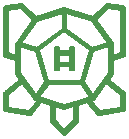
<source format=gbo>
G04 #@! TF.GenerationSoftware,KiCad,Pcbnew,8.0.5*
G04 #@! TF.CreationDate,2024-10-05T13:15:26+02:00*
G04 #@! TF.ProjectId,auxboard,61757862-6f61-4726-942e-6b696361645f,rev?*
G04 #@! TF.SameCoordinates,Original*
G04 #@! TF.FileFunction,Legend,Bot*
G04 #@! TF.FilePolarity,Positive*
%FSLAX46Y46*%
G04 Gerber Fmt 4.6, Leading zero omitted, Abs format (unit mm)*
G04 Created by KiCad (PCBNEW 8.0.5) date 2024-10-05 13:15:26*
%MOMM*%
%LPD*%
G01*
G04 APERTURE LIST*
G04 Aperture macros list*
%AMRoundRect*
0 Rectangle with rounded corners*
0 $1 Rounding radius*
0 $2 $3 $4 $5 $6 $7 $8 $9 X,Y pos of 4 corners*
0 Add a 4 corners polygon primitive as box body*
4,1,4,$2,$3,$4,$5,$6,$7,$8,$9,$2,$3,0*
0 Add four circle primitives for the rounded corners*
1,1,$1+$1,$2,$3*
1,1,$1+$1,$4,$5*
1,1,$1+$1,$6,$7*
1,1,$1+$1,$8,$9*
0 Add four rect primitives between the rounded corners*
20,1,$1+$1,$2,$3,$4,$5,0*
20,1,$1+$1,$4,$5,$6,$7,0*
20,1,$1+$1,$6,$7,$8,$9,0*
20,1,$1+$1,$8,$9,$2,$3,0*%
%AMFreePoly0*
4,1,28,0.605014,0.794986,0.644504,0.794986,0.724698,0.756366,0.780194,0.686777,0.800000,0.600000,0.800000,-0.600000,0.780194,-0.686777,0.724698,-0.756366,0.644504,-0.794986,0.605014,-0.794986,0.600000,-0.800000,0.000000,-0.800000,-0.178017,-0.779942,-0.347107,-0.720775,-0.498792,-0.625465,-0.625465,-0.498792,-0.720775,-0.347107,-0.779942,-0.178017,-0.800000,0.000000,-0.779942,0.178017,
-0.720775,0.347107,-0.625465,0.498792,-0.498792,0.625465,-0.347107,0.720775,-0.178017,0.779942,0.000000,0.800000,0.600000,0.800000,0.605014,0.794986,0.605014,0.794986,$1*%
%AMFreePoly1*
4,1,28,0.178017,0.779942,0.347107,0.720775,0.498792,0.625465,0.625465,0.498792,0.720775,0.347107,0.779942,0.178017,0.800000,0.000000,0.779942,-0.178017,0.720775,-0.347107,0.625465,-0.498792,0.498792,-0.625465,0.347107,-0.720775,0.178017,-0.779942,0.000000,-0.800000,-0.600000,-0.800000,-0.605014,-0.794986,-0.644504,-0.794986,-0.724698,-0.756366,-0.780194,-0.686777,-0.800000,-0.600000,
-0.800000,0.600000,-0.780194,0.686777,-0.724698,0.756366,-0.644504,0.794986,-0.605014,0.794986,-0.600000,0.800000,0.000000,0.800000,0.178017,0.779942,0.178017,0.779942,$1*%
G04 Aperture macros list end*
%ADD10C,0.165000*%
%ADD11C,3.200000*%
%ADD12RoundRect,0.250000X-0.600000X0.600000X-0.600000X-0.600000X0.600000X-0.600000X0.600000X0.600000X0*%
%ADD13C,1.700000*%
%ADD14RoundRect,0.250000X-0.600000X-0.600000X0.600000X-0.600000X0.600000X0.600000X-0.600000X0.600000X0*%
%ADD15RoundRect,0.250000X-0.600000X-0.725000X0.600000X-0.725000X0.600000X0.725000X-0.600000X0.725000X0*%
%ADD16O,1.700000X1.950000*%
%ADD17RoundRect,0.250000X0.600000X0.600000X-0.600000X0.600000X-0.600000X-0.600000X0.600000X-0.600000X0*%
%ADD18C,2.200000*%
%ADD19C,1.850000*%
%ADD20RoundRect,0.200000X0.600000X0.600000X-0.600000X0.600000X-0.600000X-0.600000X0.600000X-0.600000X0*%
%ADD21C,1.600000*%
%ADD22FreePoly0,180.000000*%
%ADD23FreePoly1,180.000000*%
%ADD24R,1.700000X1.700000*%
%ADD25O,1.700000X1.700000*%
G04 APERTURE END LIST*
D10*
X131864390Y-97662705D02*
X132854390Y-97662705D01*
X132854390Y-97332705D01*
X133184390Y-97332705D01*
X133184390Y-99312705D01*
X132854390Y-99312705D01*
X132854390Y-98982705D01*
X131864390Y-98982705D01*
X131864390Y-99312705D01*
X131534390Y-99312705D01*
X131534390Y-98652705D01*
X131864390Y-98652705D01*
X132854390Y-98652705D01*
X132854390Y-97992705D01*
X131864390Y-97992705D01*
X131864390Y-98652705D01*
X131534390Y-98652705D01*
X131534390Y-97332705D01*
X131864390Y-97332705D01*
X131864390Y-97662705D01*
G36*
X131864390Y-97662705D02*
G01*
X132854390Y-97662705D01*
X132854390Y-97332705D01*
X133184390Y-97332705D01*
X133184390Y-99312705D01*
X132854390Y-99312705D01*
X132854390Y-98982705D01*
X131864390Y-98982705D01*
X131864390Y-99312705D01*
X131534390Y-99312705D01*
X131534390Y-98652705D01*
X131864390Y-98652705D01*
X132854390Y-98652705D01*
X132854390Y-97992705D01*
X131864390Y-97992705D01*
X131864390Y-98652705D01*
X131534390Y-98652705D01*
X131534390Y-97332705D01*
X131864390Y-97332705D01*
X131864390Y-97662705D01*
G37*
X137309390Y-93867705D02*
X137352092Y-93873314D01*
X137391890Y-93889815D01*
X137426045Y-93916050D01*
X137452280Y-93950205D01*
X137468780Y-93990002D01*
X137474390Y-94032705D01*
X137474390Y-97992705D01*
X137468780Y-98035410D01*
X137452280Y-98075205D01*
X137426045Y-98109380D01*
X137391890Y-98135600D01*
X137352092Y-98152085D01*
X136439411Y-98456304D01*
X136439411Y-99648384D01*
X136107728Y-100104900D01*
X137426045Y-101176030D01*
X137452280Y-101210205D01*
X137468780Y-101250000D01*
X137474390Y-101292705D01*
X137474390Y-102612705D01*
X137468780Y-102655407D01*
X137452280Y-102695205D01*
X137426045Y-102729360D01*
X137391890Y-102755595D01*
X137352092Y-102772095D01*
X135394694Y-103098327D01*
X135372089Y-103102095D01*
X135329390Y-103107705D01*
X135286685Y-103102095D01*
X135246890Y-103085595D01*
X135212715Y-103059360D01*
X134305215Y-101986860D01*
X134301278Y-101981745D01*
X133514390Y-102237429D01*
X133514390Y-103602705D01*
X133508767Y-103645407D01*
X133492280Y-103685205D01*
X133466061Y-103719360D01*
X132476060Y-104709360D01*
X132441890Y-104735595D01*
X132402090Y-104752095D01*
X132359390Y-104757705D01*
X132316690Y-104752095D01*
X132276890Y-104735595D01*
X132242720Y-104709360D01*
X131252719Y-103719360D01*
X131226500Y-103685205D01*
X131210013Y-103645407D01*
X131204390Y-103602705D01*
X131204390Y-102344646D01*
X131534390Y-102344646D01*
X131534390Y-103534362D01*
X132359390Y-104359362D01*
X133184390Y-103534362D01*
X133184390Y-102344646D01*
X132359390Y-102612705D01*
X131534390Y-102344646D01*
X131204390Y-102344646D01*
X131204390Y-102237429D01*
X130417502Y-101981745D01*
X130413565Y-101986860D01*
X129506065Y-103059360D01*
X129471890Y-103085595D01*
X129432095Y-103102095D01*
X129389390Y-103107705D01*
X129346691Y-103102095D01*
X129324086Y-103098327D01*
X127366688Y-102772095D01*
X127326890Y-102755595D01*
X127292735Y-102729360D01*
X127266500Y-102695205D01*
X127250000Y-102655407D01*
X127244390Y-102612705D01*
X127244390Y-101370110D01*
X127574390Y-101370110D01*
X127574390Y-102473709D01*
X129324086Y-102765330D01*
X130079925Y-101872053D01*
X129929788Y-101823271D01*
X129837794Y-101793381D01*
X129682779Y-101580020D01*
X130196761Y-101580020D01*
X132359390Y-102282705D01*
X133623239Y-101872053D01*
X134638855Y-101872053D01*
X135394694Y-102765330D01*
X137144390Y-102473709D01*
X137144390Y-101370110D01*
X135914513Y-100370843D01*
X134880986Y-101793381D01*
X134788992Y-101823271D01*
X134638855Y-101872053D01*
X133623239Y-101872053D01*
X134522019Y-101580020D01*
X133717172Y-100472245D01*
X133707189Y-100458505D01*
X131011591Y-100458505D01*
X130196761Y-101580020D01*
X129682779Y-101580020D01*
X128804267Y-100370843D01*
X127574390Y-101370110D01*
X127244390Y-101370110D01*
X127244390Y-101292705D01*
X127250000Y-101250000D01*
X127266500Y-101210205D01*
X127292735Y-101176030D01*
X128611052Y-100104900D01*
X128279369Y-99648384D01*
X128279369Y-99546408D01*
X128593199Y-99546408D01*
X129929788Y-101386052D01*
X130744614Y-100264537D01*
X133974166Y-100264537D01*
X134788992Y-101386052D01*
X136125581Y-99546408D01*
X136125581Y-97272493D01*
X134807155Y-97700873D01*
X134705175Y-98014733D01*
X133974166Y-100264537D01*
X130744614Y-100264537D01*
X130013605Y-98014732D01*
X129911625Y-97700873D01*
X129628483Y-97608875D01*
X130162451Y-97608875D01*
X131001608Y-100191535D01*
X133717172Y-100191535D01*
X134556329Y-97608875D01*
X132359390Y-96012705D01*
X130162451Y-97608875D01*
X129628483Y-97608875D01*
X128593199Y-97272493D01*
X128593199Y-99546408D01*
X128279369Y-99546408D01*
X128279369Y-98456304D01*
X127366688Y-98152085D01*
X127326890Y-98135600D01*
X127292735Y-98109380D01*
X127266500Y-98075205D01*
X127250000Y-98035410D01*
X127244390Y-97992705D01*
X127244390Y-94177080D01*
X127574390Y-94177080D01*
X127574390Y-97874096D01*
X128279369Y-98109083D01*
X128279369Y-96997026D01*
X128307253Y-96958647D01*
X128695169Y-96958647D01*
X130013605Y-97387023D01*
X132194390Y-95802587D01*
X132524390Y-95802587D01*
X134705175Y-97387023D01*
X136023611Y-96958647D01*
X134687019Y-95119002D01*
X134502485Y-95059044D01*
X135031393Y-95059044D01*
X136439411Y-96997026D01*
X136439411Y-98109083D01*
X137144390Y-97874096D01*
X137144390Y-94177080D01*
X136050143Y-94040295D01*
X135031393Y-95059044D01*
X134502485Y-95059044D01*
X132524390Y-94416330D01*
X132524390Y-95802587D01*
X132194390Y-95802587D01*
X132194390Y-94416330D01*
X130031761Y-95119002D01*
X128695169Y-96958647D01*
X128307253Y-96958647D01*
X129687386Y-95059044D01*
X128668637Y-94040295D01*
X127574390Y-94177080D01*
X127244390Y-94177080D01*
X127244390Y-94032705D01*
X127250000Y-93990002D01*
X127266500Y-93950205D01*
X127292735Y-93916050D01*
X127326890Y-93889815D01*
X127366688Y-93873314D01*
X127409390Y-93867705D01*
X128729390Y-93702705D01*
X128772092Y-93708314D01*
X128811890Y-93724815D01*
X128846078Y-93751050D01*
X129920261Y-94825233D01*
X132359390Y-94032705D01*
X134798519Y-94825233D01*
X135872702Y-93751050D01*
X135906890Y-93724815D01*
X135946688Y-93708314D01*
X135989390Y-93702705D01*
X137309390Y-93867705D01*
G36*
X137309390Y-93867705D02*
G01*
X137352092Y-93873314D01*
X137391890Y-93889815D01*
X137426045Y-93916050D01*
X137452280Y-93950205D01*
X137468780Y-93990002D01*
X137474390Y-94032705D01*
X137474390Y-97992705D01*
X137468780Y-98035410D01*
X137452280Y-98075205D01*
X137426045Y-98109380D01*
X137391890Y-98135600D01*
X137352092Y-98152085D01*
X136439411Y-98456304D01*
X136439411Y-99648384D01*
X136107728Y-100104900D01*
X137426045Y-101176030D01*
X137452280Y-101210205D01*
X137468780Y-101250000D01*
X137474390Y-101292705D01*
X137474390Y-102612705D01*
X137468780Y-102655407D01*
X137452280Y-102695205D01*
X137426045Y-102729360D01*
X137391890Y-102755595D01*
X137352092Y-102772095D01*
X135394694Y-103098327D01*
X135372089Y-103102095D01*
X135329390Y-103107705D01*
X135286685Y-103102095D01*
X135246890Y-103085595D01*
X135212715Y-103059360D01*
X134305215Y-101986860D01*
X134301278Y-101981745D01*
X133514390Y-102237429D01*
X133514390Y-103602705D01*
X133508767Y-103645407D01*
X133492280Y-103685205D01*
X133466061Y-103719360D01*
X132476060Y-104709360D01*
X132441890Y-104735595D01*
X132402090Y-104752095D01*
X132359390Y-104757705D01*
X132316690Y-104752095D01*
X132276890Y-104735595D01*
X132242720Y-104709360D01*
X131252719Y-103719360D01*
X131226500Y-103685205D01*
X131210013Y-103645407D01*
X131204390Y-103602705D01*
X131204390Y-102344646D01*
X131534390Y-102344646D01*
X131534390Y-103534362D01*
X132359390Y-104359362D01*
X133184390Y-103534362D01*
X133184390Y-102344646D01*
X132359390Y-102612705D01*
X131534390Y-102344646D01*
X131204390Y-102344646D01*
X131204390Y-102237429D01*
X130417502Y-101981745D01*
X130413565Y-101986860D01*
X129506065Y-103059360D01*
X129471890Y-103085595D01*
X129432095Y-103102095D01*
X129389390Y-103107705D01*
X129346691Y-103102095D01*
X129324086Y-103098327D01*
X127366688Y-102772095D01*
X127326890Y-102755595D01*
X127292735Y-102729360D01*
X127266500Y-102695205D01*
X127250000Y-102655407D01*
X127244390Y-102612705D01*
X127244390Y-101370110D01*
X127574390Y-101370110D01*
X127574390Y-102473709D01*
X129324086Y-102765330D01*
X130079925Y-101872053D01*
X129929788Y-101823271D01*
X129837794Y-101793381D01*
X129682779Y-101580020D01*
X130196761Y-101580020D01*
X132359390Y-102282705D01*
X133623239Y-101872053D01*
X134638855Y-101872053D01*
X135394694Y-102765330D01*
X137144390Y-102473709D01*
X137144390Y-101370110D01*
X135914513Y-100370843D01*
X134880986Y-101793381D01*
X134788992Y-101823271D01*
X134638855Y-101872053D01*
X133623239Y-101872053D01*
X134522019Y-101580020D01*
X133717172Y-100472245D01*
X133707189Y-100458505D01*
X131011591Y-100458505D01*
X130196761Y-101580020D01*
X129682779Y-101580020D01*
X128804267Y-100370843D01*
X127574390Y-101370110D01*
X127244390Y-101370110D01*
X127244390Y-101292705D01*
X127250000Y-101250000D01*
X127266500Y-101210205D01*
X127292735Y-101176030D01*
X128611052Y-100104900D01*
X128279369Y-99648384D01*
X128279369Y-99546408D01*
X128593199Y-99546408D01*
X129929788Y-101386052D01*
X130744614Y-100264537D01*
X133974166Y-100264537D01*
X134788992Y-101386052D01*
X136125581Y-99546408D01*
X136125581Y-97272493D01*
X134807155Y-97700873D01*
X134705175Y-98014733D01*
X133974166Y-100264537D01*
X130744614Y-100264537D01*
X130013605Y-98014732D01*
X129911625Y-97700873D01*
X129628483Y-97608875D01*
X130162451Y-97608875D01*
X131001608Y-100191535D01*
X133717172Y-100191535D01*
X134556329Y-97608875D01*
X132359390Y-96012705D01*
X130162451Y-97608875D01*
X129628483Y-97608875D01*
X128593199Y-97272493D01*
X128593199Y-99546408D01*
X128279369Y-99546408D01*
X128279369Y-98456304D01*
X127366688Y-98152085D01*
X127326890Y-98135600D01*
X127292735Y-98109380D01*
X127266500Y-98075205D01*
X127250000Y-98035410D01*
X127244390Y-97992705D01*
X127244390Y-94177080D01*
X127574390Y-94177080D01*
X127574390Y-97874096D01*
X128279369Y-98109083D01*
X128279369Y-96997026D01*
X128307253Y-96958647D01*
X128695169Y-96958647D01*
X130013605Y-97387023D01*
X132194390Y-95802587D01*
X132524390Y-95802587D01*
X134705175Y-97387023D01*
X136023611Y-96958647D01*
X134687019Y-95119002D01*
X134502485Y-95059044D01*
X135031393Y-95059044D01*
X136439411Y-96997026D01*
X136439411Y-98109083D01*
X137144390Y-97874096D01*
X137144390Y-94177080D01*
X136050143Y-94040295D01*
X135031393Y-95059044D01*
X134502485Y-95059044D01*
X132524390Y-94416330D01*
X132524390Y-95802587D01*
X132194390Y-95802587D01*
X132194390Y-94416330D01*
X130031761Y-95119002D01*
X128695169Y-96958647D01*
X128307253Y-96958647D01*
X129687386Y-95059044D01*
X128668637Y-94040295D01*
X127574390Y-94177080D01*
X127244390Y-94177080D01*
X127244390Y-94032705D01*
X127250000Y-93990002D01*
X127266500Y-93950205D01*
X127292735Y-93916050D01*
X127326890Y-93889815D01*
X127366688Y-93873314D01*
X127409390Y-93867705D01*
X128729390Y-93702705D01*
X128772092Y-93708314D01*
X128811890Y-93724815D01*
X128846078Y-93751050D01*
X129920261Y-94825233D01*
X132359390Y-94032705D01*
X134798519Y-94825233D01*
X135872702Y-93751050D01*
X135906890Y-93724815D01*
X135946688Y-93708314D01*
X135989390Y-93702705D01*
X137309390Y-93867705D01*
G37*
%LPC*%
D11*
X157500000Y-67500000D03*
D12*
X158410000Y-54750000D03*
D13*
X158410000Y-57290000D03*
X155870000Y-54750000D03*
X155870000Y-57290000D03*
X153330000Y-54750000D03*
X153330000Y-57290000D03*
X150790000Y-54750000D03*
X150790000Y-57290000D03*
X148250000Y-54750000D03*
X148250000Y-57290000D03*
D11*
X107500000Y-67500000D03*
D14*
X104210000Y-83000000D03*
D13*
X106750000Y-83000000D03*
X104210000Y-85540000D03*
X106750000Y-85540000D03*
X104210000Y-88080000D03*
X106750000Y-88080000D03*
X104210000Y-90620000D03*
X106750000Y-90620000D03*
X104210000Y-93160000D03*
X106750000Y-93160000D03*
D11*
X107500000Y-112500000D03*
X157500000Y-112500000D03*
D15*
X104000000Y-54000000D03*
D16*
X106500000Y-54000000D03*
X109000000Y-54000000D03*
X111500000Y-54000000D03*
X114000000Y-54000000D03*
X116500000Y-54000000D03*
D17*
X160540000Y-93160000D03*
D13*
X158000000Y-93160000D03*
X160540000Y-90620000D03*
X158000000Y-90620000D03*
X160540000Y-88080000D03*
X158000000Y-88080000D03*
X160540000Y-85540000D03*
X158000000Y-85540000D03*
X160540000Y-83000000D03*
X158000000Y-83000000D03*
D18*
X135115000Y-117630000D03*
D19*
X134815000Y-114600000D03*
X129965000Y-114600000D03*
D18*
X129665000Y-117630000D03*
D20*
X141280000Y-117760000D03*
D21*
X141280000Y-115220000D03*
D22*
X141280000Y-112680000D03*
D21*
X141280000Y-110140000D03*
X141280000Y-107600000D03*
X141280000Y-105060000D03*
X141280000Y-102520000D03*
D22*
X141280000Y-99980000D03*
D21*
X141280000Y-97440000D03*
X141280000Y-94900000D03*
X141280000Y-92360000D03*
X141280000Y-89820000D03*
D22*
X141280000Y-87280000D03*
D21*
X141280000Y-84740000D03*
X141280000Y-82200000D03*
X141280000Y-79660000D03*
X141280000Y-77120000D03*
D22*
X141280000Y-74580000D03*
D21*
X141280000Y-72040000D03*
X141280000Y-69500000D03*
X123500000Y-69500000D03*
X123500000Y-72040000D03*
D23*
X123500000Y-74580000D03*
D21*
X123500000Y-77120000D03*
X123500000Y-79660000D03*
X123500000Y-82200000D03*
X123500000Y-84740000D03*
D23*
X123500000Y-87280000D03*
D21*
X123500000Y-89820000D03*
X123500000Y-92360000D03*
X123500000Y-94900000D03*
X123500000Y-97440000D03*
D23*
X123500000Y-99980000D03*
D21*
X123500000Y-102520000D03*
X123500000Y-105060000D03*
X123500000Y-107600000D03*
X123500000Y-110140000D03*
D23*
X123500000Y-112680000D03*
D21*
X123500000Y-115220000D03*
X123500000Y-117760000D03*
D24*
X147000000Y-117830000D03*
D25*
X147000000Y-115290000D03*
X147000000Y-112750000D03*
%LPD*%
M02*

</source>
